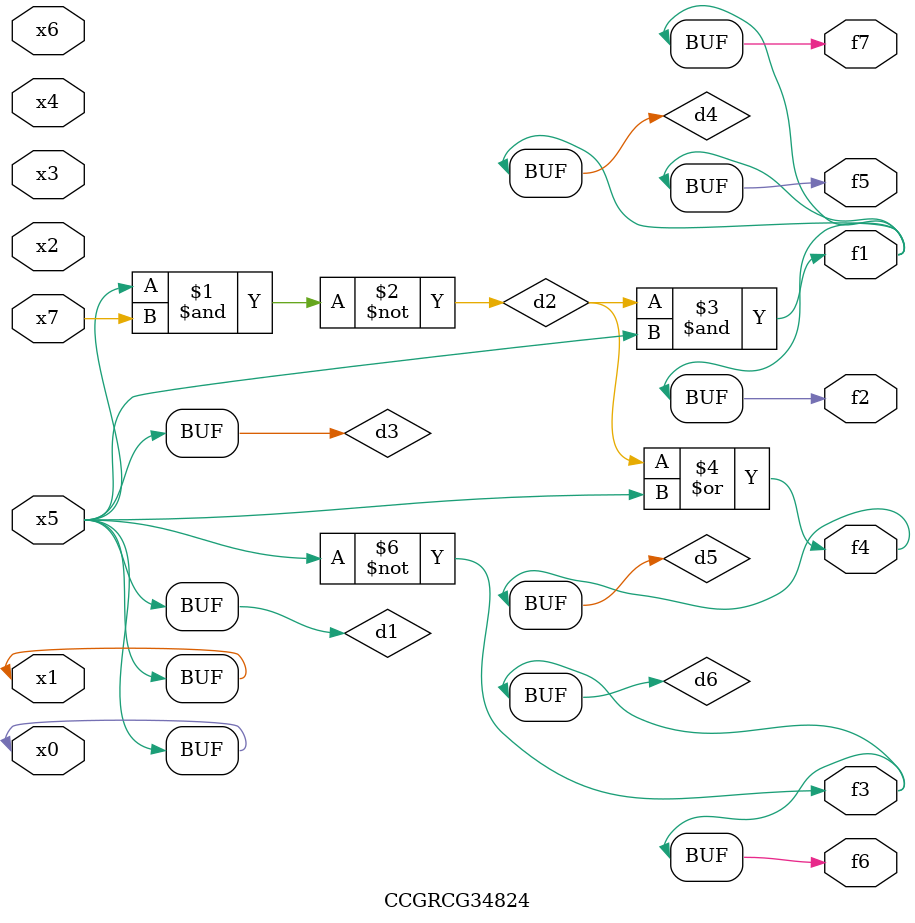
<source format=v>
module CCGRCG34824(
	input x0, x1, x2, x3, x4, x5, x6, x7,
	output f1, f2, f3, f4, f5, f6, f7
);

	wire d1, d2, d3, d4, d5, d6;

	buf (d1, x0, x5);
	nand (d2, x5, x7);
	buf (d3, x0, x1);
	and (d4, d2, d3);
	or (d5, d2, d3);
	nor (d6, d1, d3);
	assign f1 = d4;
	assign f2 = d4;
	assign f3 = d6;
	assign f4 = d5;
	assign f5 = d4;
	assign f6 = d6;
	assign f7 = d4;
endmodule

</source>
